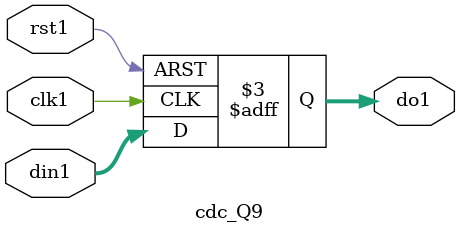
<source format=v>
module cdc_Q9(input clk1,rst1,input [7:0] din1, output reg [7:0]do1);

always @(posedge clk1 or negedge rst1)
begin

if(~rst1)
begin
do1 <= 8'b0;
end

else
begin 
do1 <= din1;
end
end

endmodule

</source>
